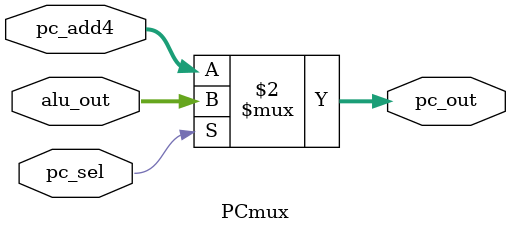
<source format=v>
module PCmux (input [31:0] alu_out,
              input [31:0] pc_add4,
              input pc_sel,
              output [31:0] pc_out);
assign pc_out= (pc_sel==1)? alu_out:pc_add4;//chon vi tri cua o nho IMEM de thu thi cau lenh; chon tu ALUout hoac PC+4
endmodule

</source>
